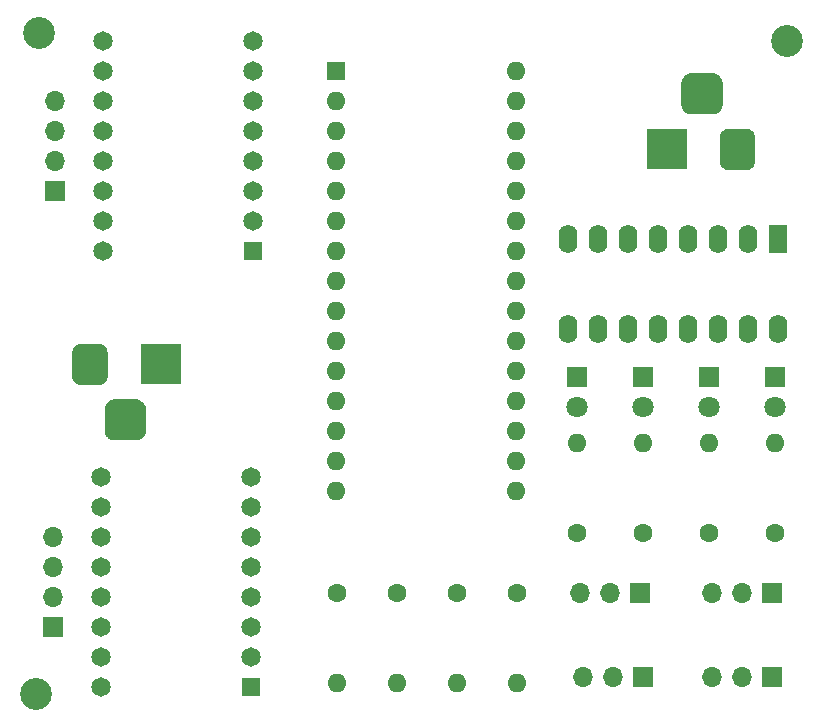
<source format=gts>
G04 #@! TF.GenerationSoftware,KiCad,Pcbnew,5.1.5-52549c5~84~ubuntu18.04.1*
G04 #@! TF.CreationDate,2020-09-18T13:51:25-05:00*
G04 #@! TF.ProjectId,pcb,7063622e-6b69-4636-9164-5f7063625858,rev?*
G04 #@! TF.SameCoordinates,Original*
G04 #@! TF.FileFunction,Soldermask,Top*
G04 #@! TF.FilePolarity,Negative*
%FSLAX46Y46*%
G04 Gerber Fmt 4.6, Leading zero omitted, Abs format (unit mm)*
G04 Created by KiCad (PCBNEW 5.1.5-52549c5~84~ubuntu18.04.1) date 2020-09-18 13:51:25*
%MOMM*%
%LPD*%
G04 APERTURE LIST*
%ADD10C,2.700000*%
%ADD11O,1.600000X1.600000*%
%ADD12C,1.600000*%
%ADD13R,1.600000X1.600000*%
%ADD14O,1.700000X1.700000*%
%ADD15R,1.700000X1.700000*%
%ADD16C,0.150000*%
%ADD17R,3.500000X3.500000*%
%ADD18C,1.650000*%
%ADD19R,1.650000X1.650000*%
%ADD20O,1.600000X2.400000*%
%ADD21R,1.600000X2.400000*%
%ADD22C,1.800000*%
%ADD23R,1.800000X1.800000*%
G04 APERTURE END LIST*
D10*
X244196000Y-114694000D03*
D11*
X221336000Y-169050000D03*
D12*
X221336000Y-161430000D03*
D13*
X206086000Y-117234000D03*
D11*
X221326000Y-150254000D03*
X206086000Y-119774000D03*
X221326000Y-147714000D03*
X206086000Y-122314000D03*
X221326000Y-145174000D03*
X206086000Y-124854000D03*
X221326000Y-142634000D03*
X206086000Y-127394000D03*
X221326000Y-140094000D03*
X206086000Y-129934000D03*
X221326000Y-137554000D03*
X206086000Y-132474000D03*
X221326000Y-135014000D03*
X206086000Y-135014000D03*
X221326000Y-132474000D03*
X206086000Y-137554000D03*
X221326000Y-129934000D03*
X206086000Y-140094000D03*
X221326000Y-127394000D03*
X206086000Y-142634000D03*
X221326000Y-124854000D03*
X206086000Y-145174000D03*
X221326000Y-122314000D03*
X206086000Y-147714000D03*
X221326000Y-119774000D03*
X206086000Y-150254000D03*
X221326000Y-117234000D03*
X206086000Y-152794000D03*
X221326000Y-152794000D03*
D14*
X182220000Y-119774000D03*
X182220000Y-122314000D03*
X182220000Y-124854000D03*
D15*
X182220000Y-127394000D03*
D10*
X180890000Y-113980000D03*
X180610000Y-169940000D03*
D11*
X243180000Y-148730000D03*
D12*
X243180000Y-156350000D03*
D11*
X237592000Y-148730000D03*
D12*
X237592000Y-156350000D03*
D11*
X232004000Y-148730000D03*
D12*
X232004000Y-156350000D03*
D11*
X226416000Y-148730000D03*
D12*
X226416000Y-156350000D03*
D11*
X206096000Y-169050000D03*
D12*
X206096000Y-161430000D03*
D11*
X211176000Y-169050000D03*
D12*
X211176000Y-161430000D03*
D11*
X216256000Y-169050000D03*
D12*
X216256000Y-161430000D03*
D16*
G36*
X189170765Y-145004213D02*
G01*
X189255704Y-145016813D01*
X189338999Y-145037677D01*
X189419848Y-145066605D01*
X189497472Y-145103319D01*
X189571124Y-145147464D01*
X189640094Y-145198616D01*
X189703718Y-145256282D01*
X189761384Y-145319906D01*
X189812536Y-145388876D01*
X189856681Y-145462528D01*
X189893395Y-145540152D01*
X189922323Y-145621001D01*
X189943187Y-145704296D01*
X189955787Y-145789235D01*
X189960000Y-145875000D01*
X189960000Y-147625000D01*
X189955787Y-147710765D01*
X189943187Y-147795704D01*
X189922323Y-147878999D01*
X189893395Y-147959848D01*
X189856681Y-148037472D01*
X189812536Y-148111124D01*
X189761384Y-148180094D01*
X189703718Y-148243718D01*
X189640094Y-148301384D01*
X189571124Y-148352536D01*
X189497472Y-148396681D01*
X189419848Y-148433395D01*
X189338999Y-148462323D01*
X189255704Y-148483187D01*
X189170765Y-148495787D01*
X189085000Y-148500000D01*
X187335000Y-148500000D01*
X187249235Y-148495787D01*
X187164296Y-148483187D01*
X187081001Y-148462323D01*
X187000152Y-148433395D01*
X186922528Y-148396681D01*
X186848876Y-148352536D01*
X186779906Y-148301384D01*
X186716282Y-148243718D01*
X186658616Y-148180094D01*
X186607464Y-148111124D01*
X186563319Y-148037472D01*
X186526605Y-147959848D01*
X186497677Y-147878999D01*
X186476813Y-147795704D01*
X186464213Y-147710765D01*
X186460000Y-147625000D01*
X186460000Y-145875000D01*
X186464213Y-145789235D01*
X186476813Y-145704296D01*
X186497677Y-145621001D01*
X186526605Y-145540152D01*
X186563319Y-145462528D01*
X186607464Y-145388876D01*
X186658616Y-145319906D01*
X186716282Y-145256282D01*
X186779906Y-145198616D01*
X186848876Y-145147464D01*
X186922528Y-145103319D01*
X187000152Y-145066605D01*
X187081001Y-145037677D01*
X187164296Y-145016813D01*
X187249235Y-145004213D01*
X187335000Y-145000000D01*
X189085000Y-145000000D01*
X189170765Y-145004213D01*
G37*
G36*
X186033513Y-140303611D02*
G01*
X186106318Y-140314411D01*
X186177714Y-140332295D01*
X186247013Y-140357090D01*
X186313548Y-140388559D01*
X186376678Y-140426398D01*
X186435795Y-140470242D01*
X186490330Y-140519670D01*
X186539758Y-140574205D01*
X186583602Y-140633322D01*
X186621441Y-140696452D01*
X186652910Y-140762987D01*
X186677705Y-140832286D01*
X186695589Y-140903682D01*
X186706389Y-140976487D01*
X186710000Y-141050000D01*
X186710000Y-143050000D01*
X186706389Y-143123513D01*
X186695589Y-143196318D01*
X186677705Y-143267714D01*
X186652910Y-143337013D01*
X186621441Y-143403548D01*
X186583602Y-143466678D01*
X186539758Y-143525795D01*
X186490330Y-143580330D01*
X186435795Y-143629758D01*
X186376678Y-143673602D01*
X186313548Y-143711441D01*
X186247013Y-143742910D01*
X186177714Y-143767705D01*
X186106318Y-143785589D01*
X186033513Y-143796389D01*
X185960000Y-143800000D01*
X184460000Y-143800000D01*
X184386487Y-143796389D01*
X184313682Y-143785589D01*
X184242286Y-143767705D01*
X184172987Y-143742910D01*
X184106452Y-143711441D01*
X184043322Y-143673602D01*
X183984205Y-143629758D01*
X183929670Y-143580330D01*
X183880242Y-143525795D01*
X183836398Y-143466678D01*
X183798559Y-143403548D01*
X183767090Y-143337013D01*
X183742295Y-143267714D01*
X183724411Y-143196318D01*
X183713611Y-143123513D01*
X183710000Y-143050000D01*
X183710000Y-141050000D01*
X183713611Y-140976487D01*
X183724411Y-140903682D01*
X183742295Y-140832286D01*
X183767090Y-140762987D01*
X183798559Y-140696452D01*
X183836398Y-140633322D01*
X183880242Y-140574205D01*
X183929670Y-140519670D01*
X183984205Y-140470242D01*
X184043322Y-140426398D01*
X184106452Y-140388559D01*
X184172987Y-140357090D01*
X184242286Y-140332295D01*
X184313682Y-140314411D01*
X184386487Y-140303611D01*
X184460000Y-140300000D01*
X185960000Y-140300000D01*
X186033513Y-140303611D01*
G37*
D17*
X191210000Y-142050000D03*
D14*
X182080000Y-156648000D03*
X182080000Y-159188000D03*
X182080000Y-161728000D03*
D15*
X182080000Y-164268000D03*
D18*
X186144000Y-151568000D03*
X186144000Y-154108000D03*
X186144000Y-156648000D03*
X186144000Y-159188000D03*
X186144000Y-169348000D03*
X186144000Y-166808000D03*
X186144000Y-164268000D03*
D19*
X198844000Y-169348000D03*
D18*
X198844000Y-166808000D03*
X198844000Y-164268000D03*
X198844000Y-151568000D03*
X198844000Y-154108000D03*
X198844000Y-156648000D03*
X198844000Y-159188000D03*
X186144000Y-161728000D03*
X198844000Y-161728000D03*
X186284000Y-114694000D03*
X186284000Y-117234000D03*
X186284000Y-119774000D03*
X186284000Y-122314000D03*
X186284000Y-132474000D03*
X186284000Y-129934000D03*
X186284000Y-127394000D03*
D19*
X198984000Y-132474000D03*
D18*
X198984000Y-129934000D03*
X198984000Y-127394000D03*
X198984000Y-114694000D03*
X198984000Y-117234000D03*
X198984000Y-119774000D03*
X198984000Y-122314000D03*
X186284000Y-124854000D03*
X198984000Y-124854000D03*
D14*
X226670000Y-161430000D03*
X229210000Y-161430000D03*
D15*
X231750000Y-161430000D03*
D14*
X226924000Y-168542000D03*
X229464000Y-168542000D03*
D15*
X232004000Y-168542000D03*
D14*
X237846000Y-168542000D03*
X240386000Y-168542000D03*
D15*
X242926000Y-168542000D03*
D14*
X237846000Y-161430000D03*
X240386000Y-161430000D03*
D15*
X242926000Y-161430000D03*
D20*
X243434000Y-139078000D03*
X225654000Y-131458000D03*
X240894000Y-139078000D03*
X228194000Y-131458000D03*
X238354000Y-139078000D03*
X230734000Y-131458000D03*
X235814000Y-139078000D03*
X233274000Y-131458000D03*
X233274000Y-139078000D03*
X235814000Y-131458000D03*
X230734000Y-139078000D03*
X238354000Y-131458000D03*
X228194000Y-139078000D03*
X240894000Y-131458000D03*
X225654000Y-139078000D03*
D21*
X243434000Y-131458000D03*
D22*
X243180000Y-145682000D03*
D23*
X243180000Y-143142000D03*
D22*
X237592000Y-145682000D03*
D23*
X237592000Y-143142000D03*
D22*
X232004000Y-145682000D03*
D23*
X232004000Y-143142000D03*
D22*
X226416000Y-145682000D03*
D23*
X226416000Y-143142000D03*
D16*
G36*
X237996765Y-117392213D02*
G01*
X238081704Y-117404813D01*
X238164999Y-117425677D01*
X238245848Y-117454605D01*
X238323472Y-117491319D01*
X238397124Y-117535464D01*
X238466094Y-117586616D01*
X238529718Y-117644282D01*
X238587384Y-117707906D01*
X238638536Y-117776876D01*
X238682681Y-117850528D01*
X238719395Y-117928152D01*
X238748323Y-118009001D01*
X238769187Y-118092296D01*
X238781787Y-118177235D01*
X238786000Y-118263000D01*
X238786000Y-120013000D01*
X238781787Y-120098765D01*
X238769187Y-120183704D01*
X238748323Y-120266999D01*
X238719395Y-120347848D01*
X238682681Y-120425472D01*
X238638536Y-120499124D01*
X238587384Y-120568094D01*
X238529718Y-120631718D01*
X238466094Y-120689384D01*
X238397124Y-120740536D01*
X238323472Y-120784681D01*
X238245848Y-120821395D01*
X238164999Y-120850323D01*
X238081704Y-120871187D01*
X237996765Y-120883787D01*
X237911000Y-120888000D01*
X236161000Y-120888000D01*
X236075235Y-120883787D01*
X235990296Y-120871187D01*
X235907001Y-120850323D01*
X235826152Y-120821395D01*
X235748528Y-120784681D01*
X235674876Y-120740536D01*
X235605906Y-120689384D01*
X235542282Y-120631718D01*
X235484616Y-120568094D01*
X235433464Y-120499124D01*
X235389319Y-120425472D01*
X235352605Y-120347848D01*
X235323677Y-120266999D01*
X235302813Y-120183704D01*
X235290213Y-120098765D01*
X235286000Y-120013000D01*
X235286000Y-118263000D01*
X235290213Y-118177235D01*
X235302813Y-118092296D01*
X235323677Y-118009001D01*
X235352605Y-117928152D01*
X235389319Y-117850528D01*
X235433464Y-117776876D01*
X235484616Y-117707906D01*
X235542282Y-117644282D01*
X235605906Y-117586616D01*
X235674876Y-117535464D01*
X235748528Y-117491319D01*
X235826152Y-117454605D01*
X235907001Y-117425677D01*
X235990296Y-117404813D01*
X236075235Y-117392213D01*
X236161000Y-117388000D01*
X237911000Y-117388000D01*
X237996765Y-117392213D01*
G37*
G36*
X240859513Y-122091611D02*
G01*
X240932318Y-122102411D01*
X241003714Y-122120295D01*
X241073013Y-122145090D01*
X241139548Y-122176559D01*
X241202678Y-122214398D01*
X241261795Y-122258242D01*
X241316330Y-122307670D01*
X241365758Y-122362205D01*
X241409602Y-122421322D01*
X241447441Y-122484452D01*
X241478910Y-122550987D01*
X241503705Y-122620286D01*
X241521589Y-122691682D01*
X241532389Y-122764487D01*
X241536000Y-122838000D01*
X241536000Y-124838000D01*
X241532389Y-124911513D01*
X241521589Y-124984318D01*
X241503705Y-125055714D01*
X241478910Y-125125013D01*
X241447441Y-125191548D01*
X241409602Y-125254678D01*
X241365758Y-125313795D01*
X241316330Y-125368330D01*
X241261795Y-125417758D01*
X241202678Y-125461602D01*
X241139548Y-125499441D01*
X241073013Y-125530910D01*
X241003714Y-125555705D01*
X240932318Y-125573589D01*
X240859513Y-125584389D01*
X240786000Y-125588000D01*
X239286000Y-125588000D01*
X239212487Y-125584389D01*
X239139682Y-125573589D01*
X239068286Y-125555705D01*
X238998987Y-125530910D01*
X238932452Y-125499441D01*
X238869322Y-125461602D01*
X238810205Y-125417758D01*
X238755670Y-125368330D01*
X238706242Y-125313795D01*
X238662398Y-125254678D01*
X238624559Y-125191548D01*
X238593090Y-125125013D01*
X238568295Y-125055714D01*
X238550411Y-124984318D01*
X238539611Y-124911513D01*
X238536000Y-124838000D01*
X238536000Y-122838000D01*
X238539611Y-122764487D01*
X238550411Y-122691682D01*
X238568295Y-122620286D01*
X238593090Y-122550987D01*
X238624559Y-122484452D01*
X238662398Y-122421322D01*
X238706242Y-122362205D01*
X238755670Y-122307670D01*
X238810205Y-122258242D01*
X238869322Y-122214398D01*
X238932452Y-122176559D01*
X238998987Y-122145090D01*
X239068286Y-122120295D01*
X239139682Y-122102411D01*
X239212487Y-122091611D01*
X239286000Y-122088000D01*
X240786000Y-122088000D01*
X240859513Y-122091611D01*
G37*
D17*
X234036000Y-123838000D03*
M02*

</source>
